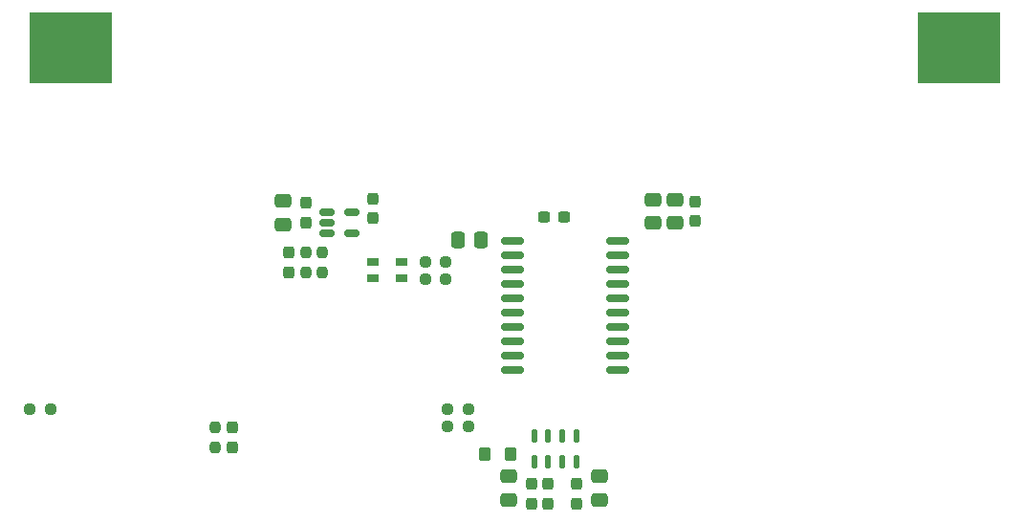
<source format=gbr>
%TF.GenerationSoftware,KiCad,Pcbnew,8.0.5-unknown-202409181836~355805756e~ubuntu24.04.1*%
%TF.CreationDate,2024-09-22T17:28:34+02:00*%
%TF.ProjectId,elevator_altimeter,656c6576-6174-46f7-925f-616c74696d65,rev?*%
%TF.SameCoordinates,Original*%
%TF.FileFunction,Paste,Top*%
%TF.FilePolarity,Positive*%
%FSLAX46Y46*%
G04 Gerber Fmt 4.6, Leading zero omitted, Abs format (unit mm)*
G04 Created by KiCad (PCBNEW 8.0.5-unknown-202409181836~355805756e~ubuntu24.04.1) date 2024-09-22 17:28:34*
%MOMM*%
%LPD*%
G01*
G04 APERTURE LIST*
G04 Aperture macros list*
%AMRoundRect*
0 Rectangle with rounded corners*
0 $1 Rounding radius*
0 $2 $3 $4 $5 $6 $7 $8 $9 X,Y pos of 4 corners*
0 Add a 4 corners polygon primitive as box body*
4,1,4,$2,$3,$4,$5,$6,$7,$8,$9,$2,$3,0*
0 Add four circle primitives for the rounded corners*
1,1,$1+$1,$2,$3*
1,1,$1+$1,$4,$5*
1,1,$1+$1,$6,$7*
1,1,$1+$1,$8,$9*
0 Add four rect primitives between the rounded corners*
20,1,$1+$1,$2,$3,$4,$5,0*
20,1,$1+$1,$4,$5,$6,$7,0*
20,1,$1+$1,$6,$7,$8,$9,0*
20,1,$1+$1,$8,$9,$2,$3,0*%
G04 Aperture macros list end*
%ADD10R,7.340000X6.350000*%
%ADD11RoundRect,0.237500X-0.237500X0.300000X-0.237500X-0.300000X0.237500X-0.300000X0.237500X0.300000X0*%
%ADD12RoundRect,0.250000X-0.475000X0.337500X-0.475000X-0.337500X0.475000X-0.337500X0.475000X0.337500X0*%
%ADD13RoundRect,0.150000X-0.512500X-0.150000X0.512500X-0.150000X0.512500X0.150000X-0.512500X0.150000X0*%
%ADD14RoundRect,0.150000X0.875000X0.150000X-0.875000X0.150000X-0.875000X-0.150000X0.875000X-0.150000X0*%
%ADD15RoundRect,0.237500X0.250000X0.237500X-0.250000X0.237500X-0.250000X-0.237500X0.250000X-0.237500X0*%
%ADD16RoundRect,0.237500X-0.237500X0.250000X-0.237500X-0.250000X0.237500X-0.250000X0.237500X0.250000X0*%
%ADD17RoundRect,0.237500X-0.300000X-0.237500X0.300000X-0.237500X0.300000X0.237500X-0.300000X0.237500X0*%
%ADD18RoundRect,0.237500X-0.250000X-0.237500X0.250000X-0.237500X0.250000X0.237500X-0.250000X0.237500X0*%
%ADD19RoundRect,0.250000X-0.275000X-0.350000X0.275000X-0.350000X0.275000X0.350000X-0.275000X0.350000X0*%
%ADD20RoundRect,0.237500X0.237500X-0.250000X0.237500X0.250000X-0.237500X0.250000X-0.237500X-0.250000X0*%
%ADD21RoundRect,0.237500X0.237500X-0.300000X0.237500X0.300000X-0.237500X0.300000X-0.237500X-0.300000X0*%
%ADD22RoundRect,0.125000X0.125000X-0.475000X0.125000X0.475000X-0.125000X0.475000X-0.125000X-0.475000X0*%
%ADD23R,1.000000X0.800000*%
%ADD24RoundRect,0.250000X0.337500X0.475000X-0.337500X0.475000X-0.337500X-0.475000X0.337500X-0.475000X0*%
G04 APERTURE END LIST*
D10*
%TO.C,BT1*%
X114330000Y-55000000D03*
X35670000Y-55000000D03*
%TD*%
D11*
%TO.C,C12*%
X91000000Y-68637500D03*
X91000000Y-70362500D03*
%TD*%
D12*
%TO.C,C9*%
X82490000Y-95037500D03*
X82490000Y-92962500D03*
%TD*%
D13*
%TO.C,U4*%
X58362500Y-69550000D03*
X58362500Y-70500000D03*
X58362500Y-71450000D03*
X60637500Y-71450000D03*
X60637500Y-69550000D03*
%TD*%
D14*
%TO.C,U3*%
X84137500Y-83565000D03*
X84137500Y-82295000D03*
X84137500Y-81025000D03*
X84137500Y-79755000D03*
X84137500Y-78485000D03*
X84137500Y-77215000D03*
X84137500Y-75945000D03*
X84137500Y-74675000D03*
X84137500Y-73405000D03*
X84137500Y-72135000D03*
X74837500Y-72135000D03*
X74837500Y-73405000D03*
X74837500Y-74675000D03*
X74837500Y-75945000D03*
X74837500Y-77215000D03*
X74837500Y-78485000D03*
X74837500Y-79755000D03*
X74837500Y-81025000D03*
X74837500Y-82295000D03*
X74837500Y-83565000D03*
%TD*%
D15*
%TO.C,R8*%
X67087500Y-75500000D03*
X68912500Y-75500000D03*
%TD*%
D16*
%TO.C,R4*%
X58000000Y-73087500D03*
X58000000Y-74912500D03*
%TD*%
D17*
%TO.C,C13*%
X77637500Y-70000000D03*
X79362500Y-70000000D03*
%TD*%
D16*
%TO.C,R7*%
X48500000Y-88587500D03*
X48500000Y-90412500D03*
%TD*%
D18*
%TO.C,R2*%
X69087500Y-87000000D03*
X70912500Y-87000000D03*
%TD*%
D19*
%TO.C,FB1*%
X74650000Y-91000000D03*
X72350000Y-91000000D03*
%TD*%
D12*
%TO.C,C7*%
X89250000Y-68462500D03*
X89250000Y-70537500D03*
%TD*%
D18*
%TO.C,R1*%
X69087500Y-88500000D03*
X70912500Y-88500000D03*
%TD*%
D11*
%TO.C,C10*%
X62500000Y-68362500D03*
X62500000Y-70087500D03*
%TD*%
%TO.C,C11*%
X80490000Y-95362500D03*
X80490000Y-93637500D03*
%TD*%
%TO.C,C5*%
X56500000Y-68762500D03*
X56500000Y-70487500D03*
%TD*%
D18*
%TO.C,R3*%
X32087500Y-87000000D03*
X33912500Y-87000000D03*
%TD*%
D20*
%TO.C,R6*%
X56500000Y-74912500D03*
X56500000Y-73087500D03*
%TD*%
D21*
%TO.C,C1*%
X55000000Y-74862500D03*
X55000000Y-73137500D03*
%TD*%
D15*
%TO.C,R5*%
X68912500Y-74000000D03*
X67087500Y-74000000D03*
%TD*%
D12*
%TO.C,C4*%
X54500000Y-68587500D03*
X54500000Y-70662500D03*
%TD*%
D22*
%TO.C,U1*%
X76740000Y-89350000D03*
X77990000Y-89350000D03*
X79240000Y-89350000D03*
X80490000Y-89350000D03*
X80490000Y-91650000D03*
X79240000Y-91650000D03*
X77990000Y-91650000D03*
X76740000Y-91650000D03*
%TD*%
D11*
%TO.C,C2*%
X77990000Y-95362500D03*
X77990000Y-93637500D03*
%TD*%
D12*
%TO.C,C8*%
X87250000Y-68462500D03*
X87250000Y-70537500D03*
%TD*%
D11*
%TO.C,C3*%
X50000000Y-88637500D03*
X50000000Y-90362500D03*
%TD*%
D12*
%TO.C,C14*%
X74500000Y-95037500D03*
X74500000Y-92962500D03*
%TD*%
D23*
%TO.C,D1*%
X64966000Y-75390000D03*
X64966000Y-73990000D03*
X62466000Y-73990000D03*
X62466000Y-75390000D03*
%TD*%
D24*
%TO.C,C6*%
X72037500Y-72000000D03*
X69962500Y-72000000D03*
%TD*%
D11*
%TO.C,C15*%
X76500000Y-95362500D03*
X76500000Y-93637500D03*
%TD*%
M02*

</source>
